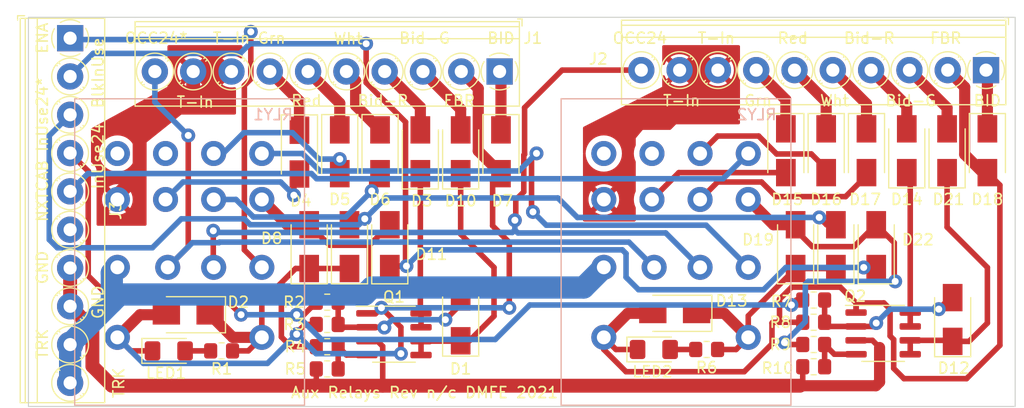
<source format=kicad_pcb>
(kicad_pcb (version 20210126) (generator pcbnew)
  (title_block (title "Main Panel Aux Relays") (date "2021-02-27") (rev "n/c") (company "DMFE"))
  (layers (0 "F.Cu" signal) (31 "B.Cu" signal) (34 "B.Paste" user) (35 "F.Paste" user) (36 "B.SilkS" user "B.Silkscreen") (37 "F.SilkS" user "F.Silkscreen") (38 "B.Mask" user) (39 "F.Mask" user) (44 "Edge.Cuts" user))
  (net 0 "")
  (net 1 "Net-(D1-Pad2)")
  (net 2 "Net-(D1-Pad1)")
  (net 3 "Net-(D2-Pad2)")
  (net 4 "Net-(D2-Pad1)")
  (net 5 "Net-(D3-Pad2)")
  (net 6 "Net-(D3-Pad1)")
  (net 7 "Net-(D4-Pad2)")
  (net 8 "Net-(D4-Pad1)")
  (net 9 "Net-(D5-Pad2)")
  (net 10 "Net-(D5-Pad1)")
  (net 11 "Net-(D6-Pad2)")
  (net 12 "Net-(D6-Pad1)")
  (net 13 "Net-(D7-Pad1)")
  (net 14 "Net-(D11-Pad2)")
  (net 15 "Net-(D20-Pad2)")
  (net 16 "Net-(D10-Pad2)")
  (net 17 "Net-(D11-Pad1)")
  (net 18 "Net-(D12-Pad2)")
  (net 19 "Net-(D12-Pad1)")
  (net 20 "Net-(D13-Pad2)")
  (net 21 "Net-(D13-Pad1)")
  (net 22 "Net-(D14-Pad2)")
  (net 23 "Net-(D14-Pad1)")
  (net 24 "Net-(D15-Pad2)")
  (net 25 "Net-(D15-Pad1)")
  (net 26 "Net-(D16-Pad2)")
  (net 27 "Net-(D16-Pad1)")
  (net 28 "Net-(D17-Pad2)")
  (net 29 "Net-(D17-Pad1)")
  (net 30 "Net-(D18-Pad1)")
  (net 31 "Net-(D19-Pad2)")
  (net 32 "Net-(D21-Pad2)")
  (net 33 "Net-(J1-Pad10)")
  (net 34 "Net-(J1-Pad8)")
  (net 35 "Net-(J2-Pad10)")
  (net 36 "Net-(J2-Pad8)")
  (net 37 "Net-(J3-Pad10)")
  (net 38 "GND")
  (net 40 "Net-(J3-Pad5)")
  (net 41 "Net-(J3-Pad4)")
  (net 42 "Net-(J3-Pad1)")
  (net 43 "Net-(LED1-Pad2)")
  (net 44 "Net-(LED2-Pad2)")
  (net 45 "Net-(Q1-Pad4)")
  (net 46 "Net-(Q2-Pad4)")
  (net 47 "Net-(RLY1-Pad4)")
  (footprint "Package_SO:SOIC-8_3.9x4.9mm_P1.27mm" (layer "F.Cu") (at 162.56 131.753)
    (fp_text reference "Q2")
    (fp_text value "IRF7343PBF")
  )
  (footprint "Resistor_SMD:R_0805_2012Metric_Pad1.20x1.40mm_HandSolder" (layer "F.Cu") (at 111.76 132.969 180)
    (fp_text reference "R4")
    (fp_text value "10K")
  )
  (footprint "Diode_SMD:D_SMA" (layer "F.Cu") (at 168.91 130.483 90)
    (fp_text reference "D12")
    (fp_text value "SMA")
  )
  (footprint "Diode_SMD:D_SMA" (layer "F.Cu") (at 158.242 123.825 90)
    (fp_text reference "D20" hide)
    (fp_text value "SMA")
  )
  (footprint "Diode_SMD:D_SMA" (layer "F.Cu") (at 112.903 115.157 -90)
    (fp_text reference "D5")
    (fp_text value "SMA")
  )
  (footprint "Diode_SMD:D_SMA" (layer "F.Cu") (at 143.51 129.921 180)
    (fp_text reference "D13")
    (fp_text value "SMA")
  )
  (footprint "Diode_SMD:D_SMA" (layer "F.Cu") (at 110.109 123.825 90)
    (fp_text reference "D8")
    (fp_text value "SMA")
  )
  (footprint "Resistor_SMD:R_0805_2012Metric_Pad1.20x1.40mm_HandSolder" (layer "F.Cu") (at 111.76 130.937)
    (fp_text reference "R3")
    (fp_text value "10K")
  )
  (footprint "Resistor_SMD:R_0805_2012Metric_Pad1.20x1.40mm_HandSolder" (layer "F.Cu") (at 156.21 128.705 180)
    (fp_text reference "R7")
    (fp_text value "10K")
  )
  (footprint "TerminalBlock_Phoenix:TerminalBlock_Phoenix_PT-1,5-10-3.5-H_1x10_P3.50mm_Horizontal" (layer "F.Cu") (at 171.96 107.696 180)
    (fp_text reference "J2")
    (fp_text value "Conn_01x10")
  )
  (footprint "TerminalBlock_Phoenix:TerminalBlock_Phoenix_PT-1,5-10-3.5-H_1x10_P3.50mm_Horizontal" (layer "F.Cu") (at 88.265 104.775 -90)
    (fp_text reference "J3")
    (fp_text value "Conn_01x10")
  )
  (footprint "TerminalBlock_Phoenix:TerminalBlock_Phoenix_PT-1,5-10-3.5-H_1x10_P3.50mm_Horizontal" (layer "F.Cu") (at 127.51 107.823 180)
    (fp_text reference "J1")
    (fp_text value "Conn_01x10")
  )
  (footprint "Diode_SMD:D_SMA" (layer "F.Cu") (at 157.353 115.062 -90)
    (fp_text reference "D16")
    (fp_text value "SMA")
  )
  (footprint "Resistor_SMD:R_0805_2012Metric_Pad1.20x1.40mm_HandSolder" (layer "F.Cu") (at 102.108 133.35 180)
    (fp_text reference "R1")
    (fp_text value "10K")
  )
  (footprint "Package_SO:SOIC-8_3.9x4.9mm_P1.27mm" (layer "F.Cu") (at 117.856 131.826)
    (fp_text reference "Q1")
    (fp_text value "IRF7343PBF")
  )
  (footprint "Diode_SMD:D_SMA" (layer "F.Cu") (at 116.586 115.157 -90)
    (fp_text reference "D6")
    (fp_text value "SMA")
  )
  (footprint "Diode_SMD:D_SMA" (layer "F.Cu") (at 161.036 115.062 -90)
    (fp_text reference "D17")
    (fp_text value "SMA")
  )
  (footprint "Diode_SMD:D_SMA" (layer "F.Cu") (at 117.475 123.825 90)
    (fp_text reference "D11")
    (fp_text value "SMA")
  )
  (footprint "Resistor_SMD:R_0805_2012Metric_Pad1.20x1.40mm_HandSolder" (layer "F.Cu") (at 111.76 128.905 180)
    (fp_text reference "R2")
    (fp_text value "10K")
  )
  (footprint "LED_SMD:LED_1206_3216Metric_Pad1.42x1.75mm_HandSolder" (layer "F.Cu") (at 97.282 133.35)
    (fp_text reference "LED1")
    (fp_text value "LED")
  )
  (footprint "Diode_SMD:D_SMA" (layer "F.Cu") (at 120.269 115.157 90)
    (fp_text reference "D3")
    (fp_text value "SMA")
  )
  (footprint "Diode_SMD:D_SMA" (layer "F.Cu") (at 168.402 115.062 90)
    (fp_text reference "D21")
    (fp_text value "SMA")
  )
  (footprint "Diode_SMD:D_SMA" (layer "F.Cu") (at 164.719 115.062 90)
    (fp_text reference "D14")
    (fp_text value "SMA")
  )
  (footprint "Diode_SMD:D_SMA" (layer "F.Cu") (at 109.22 115.189 -90)
    (fp_text reference "D4")
    (fp_text value "SMA")
  )
  (footprint "Resistor_SMD:R_0805_2012Metric_Pad1.20x1.40mm_HandSolder" (layer "F.Cu") (at 146.431 133.223 180)
    (fp_text reference "R6")
    (fp_text value "10K")
  )
  (footprint "Diode_SMD:D_SMA" (layer "F.Cu") (at 161.925 123.825 90)
    (fp_text reference "D22")
    (fp_text value "SMA")
  )
  (footprint "Diode_SMD:D_SMA" (layer "F.Cu") (at 123.952 130.429 90)
    (fp_text reference "D1")
    (fp_text value "SMA")
  )
  (footprint "Diode_SMD:D_SMA" (layer "F.Cu") (at 113.792 123.825 90)
    (fp_text reference "D9" hide)
    (fp_text value "SMA")
  )
  (footprint "Diode_SMD:D_SMA" (layer "F.Cu") (at 127.635 115.157 -90)
    (fp_text reference "D7")
    (fp_text value "SMA")
  )
  (footprint "Diode_SMD:D_SMA" (layer "F.Cu") (at 153.67 115.062 -90)
    (fp_text reference "D15")
    (fp_text value "SMA")
  )
  (footprint "Diode_SMD:D_SMA" (layer "F.Cu") (at 172.085 115.062 -90)
    (fp_text reference "D18")
    (fp_text value "SMA")
  )
  (footprint "LED_SMD:LED_1206_3216Metric_Pad1.42x1.75mm_HandSolder" (layer "F.Cu") (at 141.605 133.223)
    (fp_text reference "LED2")
    (fp_text value "LED")
  )
  (footprint "Resistor_SMD:R_0805_2012Metric_Pad1.20x1.40mm_HandSolder" (layer "F.Cu") (at 156.21 130.737)
    (fp_text reference "R8")
    (fp_text value "10K")
  )
  (footprint "Resistor_SMD:R_0805_2012Metric_Pad1.20x1.40mm_HandSolder" (layer "F.Cu") (at 111.76 135.001)
    (fp_text reference "R5")
    (fp_text value "10K")
  )
  (footprint "Diode_SMD:D_SMA" (layer "F.Cu") (at 123.952 115.157 90)
    (fp_text reference "D10")
    (fp_text value "SMA")
  )
  (footprint "Resistor_SMD:R_0805_2012Metric_Pad1.20x1.40mm_HandSolder" (layer "F.Cu") (at 156.21 132.769 180)
    (fp_text reference "R9")
    (fp_text value "10K")
  )
  (footprint "Diode_SMD:D_SMA" (layer "F.Cu") (at 99.06 130.048 180)
    (fp_text reference "D2")
    (fp_text value "SMA")
  )
  (footprint "Resistor_SMD:R_0805_2012Metric_Pad1.20x1.40mm_HandSolder" (layer "F.Cu") (at 156.21 134.801)
    (fp_text reference "R10")
    (fp_text value "10K")
  )
  (footprint "Diode_SMD:D_SMA" (layer "F.Cu") (at 154.559 123.825 90)
    (fp_text reference "D19")
    (fp_text value "SMA")
  )
  (footprint "MY4PDT:MY4PDT" (layer "B.Cu") (at 143.633 115.316 180)
    (fp_text reference "RLY2")
    (fp_text value "MY4PDT")
  )
  (footprint "MY4PDT:MY4PDT" (layer "B.Cu") (at 99.183 115.316 180)
    (fp_text reference "RLY1")
    (fp_text value "MY4PDT")
  )
  (gr_rect (start 84.455 102.87) (end 174.625 138.43) (layer "Edge.Cuts") (width 0.1) (fill none))
  (gr_text "T-In" (at 103.01 104.775) (layer "F.SilkS") (effects (font (size 1 1))))
  (gr_text "BID" (at 172.085 110.49) (layer "F.SilkS") (effects (font (size 1 1))))
  (gr_text "OCC24" (at 140.335 104.775) (layer "F.SilkS") (effects (font (size 1 1))))
  (gr_text "OCC24*" (at 96.139 104.775) (layer "F.SilkS") (effects (font (size 1 1))))
  (gr_text "T-In" (at 144.145 110.49) (layer "F.SilkS") (effects (font (size 1 1))))
  (gr_text "FBR" (at 168.275 104.775) (layer "F.SilkS") (effects (font (size 1 1))))
  (gr_text "Wht" (at 113.665 104.823) (layer "F.SilkS") (effects (font (size 1 1))))
  (gr_text "InUse24*" (at 85.725 111.76 90) (layer "F.SilkS") (effects (font (size 1 1))))
  (gr_text "Bid-R" (at 161.29 104.775) (layer "F.SilkS") (effects (font (size 1 1))))
  (gr_text "BlkInUse" (at 90.805 107.95 90) (layer "F.SilkS") (effects (font (size 1 1))))
  (gr_text "Grn" (at 151.13 110.49) (layer "F.SilkS") (effects (font (size 1 1))))
  (gr_text "Bid-R" (at 116.84 110.49) (layer "F.SilkS") (effects (font (size 1 1))))
  (gr_text "FBR" (at 123.825 110.49) (layer "F.SilkS") (effects (font (size 1 1))))
  (gr_text "TRK" (at 92.71 136.275 90) (layer "F.SilkS") (effects (font (size 1 1))))
  (gr_text "Wht" (at 158.115 110.49) (layer "F.SilkS") (effects (font (size 1 1))))
  (gr_text "T-In" (at 147.32 104.775) (layer "F.SilkS") (effects (font (size 1 1))))
  (gr_text "ENA" (at 85.725 104.775 90) (layer "F.SilkS") (effects (font (size 1 1))))
  (gr_text "TRK" (at 85.725 132.715 90) (layer "F.SilkS") (effects (font (size 1 1))))
  (gr_text "Red" (at 109.855 110.49) (layer "F.SilkS") (effects (font (size 1 1))))
  (gr_text "Bid-G" (at 165.1 110.49) (layer "F.SilkS") (effects (font (size 1 1))))
  (gr_text "Red" (at 154.305 104.775) (layer "F.SilkS") (effects (font (size 1 1))))
  (gr_text "NXTCAB" (at 85.725 118.745 90) (layer "F.SilkS") (effects (font (size 1 1))))
  (gr_text "Aux Relays Rev n/c DMFE 2021" (at 120.65 137.16) (layer "F.SilkS") (effects (font (size 1 1))))
  (gr_text "BID" (at 127.635 104.775) (layer "F.SilkS") (effects (font (size 1 1))))
  (gr_text "GND" (at 90.805 128.905 90) (layer "F.SilkS") (effects (font (size 1 1))))
  (gr_text "Grn" (at 106.68 104.775) (layer "F.SilkS") (effects (font (size 1 1))))
  (gr_text "InUse24" (at 90.805 115.57 90) (layer "F.SilkS") (effects (font (size 1 1))))
  (gr_text "T-In" (at 99.695 110.617) (layer "F.SilkS") (effects (font (size 1 1))))
  (gr_text "Bid-G" (at 120.65 104.775) (layer "F.SilkS") (effects (font (size 1 1))))
  (gr_text "GND" (at 85.725 125.73 90) (layer "F.SilkS") (effects (font (size 1 1))))
  (segment (start 115.381 131.191) (end 116.950906 131.191) (width 0.508) (layer "F.Cu") (net 1))
  (segment (start 116.950906 131.191) (end 116.979075 131.219169) (width 0.508) (layer "F.Cu") (net 1))
  (segment (start 123.952 129.10501) (end 122.555 130.50201) (width 0.508) (layer "F.Cu") (net 1))
  (segment (start 123.952 128.429) (end 123.952 129.10501) (width 0.508) (layer "F.Cu") (net 1))
  (segment (start 113.014 131.191) (end 112.76 130.937) (width 0.508) (layer "F.Cu") (net 1))
  (segment (start 112.76 128.905) (end 112.76 130.937) (width 0.508) (layer "F.Cu") (net 1))
  (segment (start 115.381 131.191) (end 113.014 131.191) (width 0.508) (layer "F.Cu") (net 1))
  (via (at 116.979075 131.219169) (size 1.27) (drill 0.635) (layers "F.Cu" "B.Cu") (net 1))
  (via (at 122.555 130.50201) (size 1.27) (drill 0.635) (layers "F.Cu" "B.Cu") (net 1))
  (segment (start 117.696234 130.50201) (end 116.979075 131.219169) (width 0.508) (layer "B.Cu") (net 1))
  (segment (start 122.555 130.50201) (end 117.696234 130.50201) (width 0.508) (layer "B.Cu") (net 1))
  (segment (start 124.746 132.429) (end 123.952 132.429) (width 0.508) (layer "F.Cu") (net 2))
  (segment (start 123.952 117.157) (end 123.952 122.682) (width 0.508) (layer "F.Cu") (net 2))
  (segment (start 123.952 122.682) (end 127 125.73) (width 0.508) (layer "F.Cu") (net 2))
  (segment (start 127 125.73) (end 127 130.175) (width 0.508) (layer "F.Cu") (net 2))
  (segment (start 123.92 132.461) (end 123.952 132.429) (width 0.508) (layer "F.Cu") (net 2))
  (segment (start 120.331 132.461) (end 123.92 132.461) (width 0.508) (layer "F.Cu") (net 2))
  (segment (start 127 130.175) (end 124.746 132.429) (width 0.508) (layer "F.Cu") (net 2))
  (segment (start 120.331 133.731) (end 120.331 132.461) (width 0.508) (layer "F.Cu") (net 2))
  (segment (start 124.01 107.823) (end 125.560011 109.373011) (width 1.016) (layer "F.Cu") (net 3))
  (segment (start 93.817 133.35) (end 92.583 132.116) (width 0.508) (layer "F.Cu") (net 3))
  (segment (start 109.728 130.937) (end 110.76 130.937) (width 0.508) (layer "F.Cu") (net 3))
  (segment (start 108.966 131.699) (end 108.966 131.826) (width 0.508) (layer "F.Cu") (net 3))
  (segment (start 97.06 130.048) (end 94.651 130.048) (width 1.016) (layer "F.Cu") (net 3))
  (segment (start 118.491 131.191) (end 116.713 129.413) (width 0.508) (layer "F.Cu") (net 3))
  (segment (start 94.651 130.048) (end 92.583 132.116) (width 1.016) (layer "F.Cu") (net 3))
  (segment (start 95.7945 133.35) (end 93.817 133.35) (width 0.508) (layer "F.Cu") (net 3))
  (segment (start 126.873 121.92) (end 126.873 117.919) (width 0.508) (layer "F.Cu") (net 3))
  (segment (start 128.397 123.444) (end 126.873 121.92) (width 0.508) (layer "F.Cu") (net 3))
  (segment (start 128.397 129.413) (end 128.397 123.444) (width 0.508) (layer "F.Cu") (net 3))
  (segment (start 125.560011 115.082011) (end 127.635 117.157) (width 1.016) (layer "F.Cu") (net 3))
  (segment (start 118.491 133.604) (end 118.491 131.191) (width 0.508) (layer "F.Cu") (net 3))
  (segment (start 126.873 117.919) (end 127.635 117.157) (width 0.508) (layer "F.Cu") (net 3))
  (segment (start 109.728 130.937) (end 108.966 131.699) (width 0.508) (layer "F.Cu") (net 3))
  (segment (start 116.205 129.921) (end 116.713 129.413) (width 0.508) (layer "F.Cu") (net 3))
  (segment (start 115.381 129.921) (end 116.205 129.921) (width 0.508) (layer "F.Cu") (net 3))
  (segment (start 125.560011 109.373011) (end 125.560011 115.082011) (width 1.016) (layer "F.Cu") (net 3))
  (via (at 128.397 129.413) (size 1.27) (drill 0.635) (layers "F.Cu" "B.Cu") (net 3))
  (via (at 108.966 131.826) (size 1.27) (drill 0.635) (layers "F.Cu" "B.Cu") (net 3))
  (via (at 116.713 129.413) (size 1.27) (drill 0.635) (layers "F.Cu" "B.Cu") (net 3))
  (via (at 118.491 133.604) (size 1.27) (drill 0.635) (layers "F.Cu" "B.Cu") (net 3))
  (segment (start 108.966 131.826) (end 106.299 134.493) (width 0.508) (layer "B.Cu") (net 3))
  (segment (start 110.744 133.604) (end 118.491 133.604) (width 0.508) (layer "B.Cu") (net 3))
  (segment (start 94.96 134.493) (end 92.583 132.116) (width 0.508) (layer "B.Cu") (net 3))
  (segment (start 106.299 134.493) (end 94.96 134.493) (width 0.508) (layer "B.Cu") (net 3))
  (segment (start 108.966 131.826) (end 110.744 133.604) (width 0.508) (layer "B.Cu") (net 3))
  (segment (start 116.713 129.413) (end 128.397 129.413) (width 0.508) (layer "B.Cu") (net 3))
  (segment (start 104.549 133.35) (end 105.783 132.116) (width 0.508) (layer "F.Cu") (net 4))
  (segment (start 113.792 125.825) (end 110.109 125.825) (width 0.508) (layer "F.Cu") (net 4))
  (segment (start 108.871 125.825) (end 110.109 125.825) (width 0.508) (layer "F.Cu") (net 4))
  (segment (start 105.783 132.116) (end 105.783 128.913) (width 0.508) (layer "F.Cu") (net 4))
  (segment (start 103.128 132.116) (end 101.06 130.048) (width 1.016) (layer "F.Cu") (net 4))
  (segment (start 105.783 132.116) (end 103.128 132.116) (width 1.016) (layer "F.Cu") (net 4))
  (segment (start 105.783 128.913) (end 108.871 125.825) (width 0.508) (layer "F.Cu") (net 4))
  (segment (start 103.108 133.35) (end 104.549 133.35) (width 0.508) (layer "F.Cu") (net 4))
  (segment (start 120.269 113.157) (end 120.269 111.082) (width 1.016) (layer "F.Cu") (net 5))
  (segment (start 120.269 111.082) (end 117.01 107.823) (width 1.016) (layer "F.Cu") (net 5))
  (segment (start 120.269 129.859) (end 120.331 129.921) (width 0.508) (layer "F.Cu") (net 6))
  (segment (start 120.331 131.191) (end 120.331 129.921) (width 0.508) (layer "F.Cu") (net 6))
  (segment (start 120.269 117.157) (end 120.269 129.859) (width 0.508) (layer "F.Cu") (net 6))
  (segment (start 108.712 117.697) (end 109.22 117.189) (width 0.508) (layer "F.Cu") (net 7))
  (segment (start 108.712 119.126) (end 108.712 117.697) (width 0.508) (layer "F.Cu") (net 7))
  (via (at 108.712 119.126) (size 1.27) (drill 0.635) (layers "F.Cu" "B.Cu") (net 7))
  (segment (start 96.983 119.516) (end 98.580011 117.918989) (width 0.508) (layer "B.Cu") (net 7))
  (segment (start 107.504989 117.918989) (end 108.712 119.126) (width 0.508) (layer "B.Cu") (net 7))
  (segment (start 98.580011 117.918989) (end 107.504989 117.918989) (width 0.508) (layer "B.Cu") (net 7))
  (segment (start 109.22 110.533) (end 106.51 107.823) (width 1.016) (layer "F.Cu") (net 8))
  (segment (start 109.22 113.189) (end 109.22 110.533) (width 1.016) (layer "F.Cu") (net 8))
  (segment (start 112.903 115.824) (end 112.903 117.157) (width 0.508) (layer "F.Cu") (net 9))
  (via (at 112.903 115.824) (size 1.27) (drill 0.635) (layers "F.Cu" "B.Cu") (net 9))
  (segment (start 101.383 115.316) (end 102.235 115.316) (width 0.508) (layer "B.Cu") (net 9))
  (segment (start 109.347 114.173) (end 110.998 115.824) (width 0.508) (layer "B.Cu") (net 9))
  (segment (start 108.585 113.411) (end 109.347 114.173) (width 0.508) (layer "B.Cu") (net 9))
  (segment (start 102.235 115.316) (end 104.14 113.411) (width 0.508) (layer "B.Cu") (net 9))
  (segment (start 110.998 115.824) (end 112.903 115.824) (width 0.508) (layer "B.Cu") (net 9))
  (segment (start 104.14 113.411) (end 108.585 113.411) (width 0.508) (layer "B.Cu") (net 9))
  (segment (start 112.903 113.157) (end 112.903 110.716) (width 1.016) (layer "F.Cu") (net 10))
  (segment (start 112.903 110.716) (end 110.01 107.823) (width 1.016) (layer "F.Cu") (net 10))
  (segment (start 115.824 117.919) (end 116.586 117.157) (width 0.508) (layer "F.Cu") (net 11))
  (segment (start 115.824 118.745) (end 115.824 117.919) (width 0.508) (layer "F.Cu") (net 11))
  (via (at 115.824 118.745) (size 1.27) (drill 0.635) (layers "F.Cu" "B.Cu") (net 11))
  (segment (start 105.016434 121.113011) (end 113.455989 121.113011) (width 0.508) (layer "B.Cu") (net 11))
  (segment (start 103.419423 119.516) (end 105.016434 121.113011) (width 0.508) (layer "B.Cu") (net 11))
  (segment (start 101.383 119.516) (end 103.419423 119.516) (width 0.508) (layer "B.Cu") (net 11))
  (segment (start 113.455989 121.113011) (end 115.824 118.745) (width 0.508) (layer "B.Cu") (net 11))
  (segment (start 114.353989 108.666989) (end 113.51 107.823) (width 1.016) (layer "F.Cu") (net 12))
  (segment (start 114.353989 110.924989) (end 114.353989 108.666989) (width 1.016) (layer "F.Cu") (net 12))
  (segment (start 116.586 113.157) (end 114.353989 110.924989) (width 1.016) (layer "F.Cu") (net 12))
  (segment (start 127.635 107.948) (end 127.51 107.823) (width 1.016) (layer "F.Cu") (net 13))
  (segment (start 127.635 113.157) (end 127.635 107.948) (width 1.016) (layer "F.Cu") (net 13))
  (segment (start 114.69522 127.889) (end 114.173 127.889) (width 0.508) (layer "F.Cu") (net 14))
  (segment (start 114.03498 127.75098) (end 108.34202 127.75098) (width 0.508) (layer "F.Cu") (net 14))
  (segment (start 110.109 121.825) (end 108.092 121.825) (width 1.016) (layer "F.Cu") (net 14))
  (segment (start 108.34202 127.75098) (end 107.569 128.524) (width 0.508) (layer "F.Cu") (net 14))
  (segment (start 108.092 121.825) (end 105.783 119.516) (width 1.016) (layer "F.Cu") (net 14))
  (segment (start 114.173 127.889) (end 114.03498 127.75098) (width 0.508) (layer "F.Cu") (net 14))
  (segment (start 108.458 132.969) (end 110.76 132.969) (width 0.508) (layer "F.Cu") (net 14))
  (segment (start 115.602 123.698) (end 111.982 123.698) (width 0.508) (layer "F.Cu") (net 14))
  (segment (start 117.475 121.825) (end 115.602 123.698) (width 0.508) (layer "F.Cu") (net 14))
  (segment (start 115.602 123.698) (end 115.602 126.98222) (width 0.508) (layer "F.Cu") (net 14))
  (segment (start 115.602 126.98222) (end 114.69522 127.889) (width 0.508) (layer "F.Cu") (net 14))
  (segment (start 107.569 132.08) (end 108.458 132.969) (width 0.508) (layer "F.Cu") (net 14))
  (segment (start 107.569 128.524) (end 107.569 132.08) (width 0.508) (layer "F.Cu") (net 14))
  (segment (start 111.982 123.698) (end 110.109 121.825) (width 0.508) (layer "F.Cu") (net 14))
  (segment (start 157.385 121.825) (end 156.718 121.158) (width 0.508) (layer "F.Cu") (net 15))
  (segment (start 115.189 121.285) (end 114.332 121.285) (width 0.508) (layer "F.Cu") (net 15))
  (segment (start 158.242 121.825) (end 157.385 121.825) (width 0.508) (layer "F.Cu") (net 15))
  (segment (start 114.332 121.285) (end 113.792 121.825) (width 0.508) (layer "F.Cu") (net 15))
  (via (at 115.189 121.285) (size 1.27) (drill 0.635) (layers "F.Cu" "B.Cu") (net 15))
  (via (at 156.718 121.158) (size 1.27) (drill 0.635) (layers "F.Cu" "B.Cu") (net 15))
  (segment (start 156.718 121.158) (end 134.62 121.158) (width 0.508) (layer "B.Cu") (net 15))
  (segment (start 117.094 119.38) (end 115.189 121.285) (width 0.508) (layer "B.Cu") (net 15))
  (segment (start 115.189 121.285) (end 114.652978 121.821022) (width 0.508) (layer "B.Cu") (net 15))
  (segment (start 104.187145 121.285) (end 98.425 121.285) (width 0.508) (layer "B.Cu") (net 15))
  (segment (start 132.842 119.38) (end 127.127 119.38) (width 0.508) (layer "B.Cu") (net 15))
  (segment (start 88.265 111.775) (end 86.36 113.68) (width 0.508) (layer "B.Cu") (net 15))
  (segment (start 87.099011 123.929011) (end 95.780989 123.929011) (width 0.508) (layer "B.Cu") (net 15))
  (segment (start 134.62 121.158) (end 134.239 120.777) (width 0.508) (layer "B.Cu") (net 15))
  (segment (start 86.36 123.19) (end 87.099011 123.929011) (width 0.508) (layer "B.Cu") (net 15))
  (segment (start 127.127 119.38) (end 117.094 119.38) (width 0.508) (layer "B.Cu") (net 15))
  (segment (start 134.239 120.777) (end 132.842 119.38) (width 0.508) (layer "B.Cu") (net 15))
  (segment (start 86.36 113.68) (end 86.36 123.19) (width 0.508) (layer "B.Cu") (net 15))
  (segment (start 104.723167 121.821022) (end 104.187145 121.285) (width 0.508) (layer "B.Cu") (net 15))
  (segment (start 95.780989 123.929011) (end 98.425 121.285) (width 0.508) (layer "B.Cu") (net 15))
  (segment (start 114.652978 121.821022) (end 104.723167 121.821022) (width 0.508) (layer "B.Cu") (net 15))
  (segment (start 123.952 111.265) (end 120.51 107.823) (width 1.016) (layer "F.Cu") (net 16))
  (segment (start 123.952 113.157) (end 123.952 111.265) (width 1.016) (layer "F.Cu") (net 16))
  (segment (start 118.999 125.603) (end 118.914989 125.518989) (width 0.508) (layer "F.Cu") (net 17))
  (segment (start 118.914989 125.518989) (end 118.914989 112.437989) (width 0.508) (layer "F.Cu") (net 17))
  (segment (start 161.925 125.825) (end 160.877 125.825) (width 0.508) (layer "F.Cu") (net 17))
  (segment (start 115.316 108.839) (end 115.316 105.283) (width 0.508) (layer "F.Cu") (net 17))
  (segment (start 118.999 125.603) (end 117.697 125.603) (width 0.508) (layer "F.Cu") (net 17))
  (segment (start 116.586 110.109) (end 115.316 108.839) (width 0.508) (layer "F.Cu") (net 17))
  (segment (start 118.914989 112.437989) (end 116.586 110.109) (width 0.508) (layer "F.Cu") (net 17))
  (segment (start 160.877 125.825) (end 160.782 125.73) (width 0.508) (layer "F.Cu") (net 17))
  (segment (start 117.697 125.603) (end 117.475 125.825) (width 0.508) (layer "F.Cu") (net 17))
  (via (at 160.782 125.73) (size 1.27) (drill 0.635) (layers "F.Cu" "B.Cu") (net 17))
  (via (at 115.316 105.283) (size 1.27) (drill 0.635) (layers "F.Cu" "B.Cu") (net 17))
  (via (at 118.999 125.603) (size 1.27) (drill 0.635) (layers "F.Cu" "B.Cu") (net 17))
  (segment (start 139.065 124.46) (end 138.723989 124.118989) (width 0.508) (layer "B.Cu") (net 17))
  (segment (start 151.638 127.762) (end 140.208 127.762) (width 0.508) (layer "B.Cu") (net 17))
  (segment (start 90.371011 106.168989) (end 88.265 108.275) (width 0.508) (layer "B.Cu") (net 17))
  (segment (start 115.316 105.283) (end 104.687268 105.283) (width 0.508) (layer "B.Cu") (net 17))
  (segment (start 139.065 126.619) (end 139.065 124.46) (width 0.508) (layer "B.Cu") (net 17))
  (segment (start 139.192 126.746) (end 139.065 126.619) (width 0.508) (layer "B.Cu") (net 17))
  (segment (start 120.483011 124.118989) (end 118.999 125.603) (width 0.508) (layer "B.Cu") (net 17))
  (segment (start 138.723989 124.118989) (end 120.483011 124.118989) (width 0.508) (layer "B.Cu") (net 17))
  (segment (start 104.687268 105.283) (end 103.801279 106.168989) (width 0.508) (layer "B.Cu") (net 17))
  (segment (start 103.801279 106.168989) (end 90.371011 106.168989) (width 0.508) (layer "B.Cu") (net 17))
  (segment (start 140.208 127.762) (end 139.192 126.746) (width 0.508) (layer "B.Cu") (net 17))
  (segment (start 153.67 125.73) (end 151.638 127.762) (width 0.508) (layer "B.Cu") (net 17))
  (segment (start 160.782 125.73) (end 153.67 125.73) (width 0.508) (layer "B.Cu") (net 17))
  (segment (start 168.91 128.483) (end 168.697 128.483) (width 0.508) (layer "F.Cu") (net 18))
  (segment (start 160.085 131.118) (end 161.617 131.118) (width 0.508) (layer "F.Cu") (net 18))
  (segment (start 157.591 131.118) (end 157.21 130.737) (width 0.508) (layer "F.Cu") (net 18))
  (segment (start 160.085 131.118) (end 157.591 131.118) (width 0.508) (layer "F.Cu") (net 18))
  (segment (start 161.617 131.118) (end 161.925 130.81) (width 0.508) (layer "F.Cu") (net 18))
  (segment (start 168.697 128.483) (end 167.64 129.54) (width 0.508) (layer "F.Cu") (net 18))
  (segment (start 157.21 130.737) (end 157.21 128.705) (width 0.508) (layer "F.Cu") (net 18))
  (via (at 167.64 129.54) (size 1.27) (drill 0.635) (layers "F.Cu" "B.Cu") (net 18))
  (via (at 161.925 130.81) (size 1.27) (drill 0.635) (layers "F.Cu" "B.Cu") (net 18))
  (segment (start 167.64 129.54) (end 163.195 129.54) (width 0.508) (layer "B.Cu") (net 18))
  (segment (start 163.195 129.54) (end 161.925 130.81) (width 0.508) (layer "B.Cu") (net 18))
  (segment (start 172.085 125.73) (end 172.085 130.81) (width 0.508) (layer "F.Cu") (net 19))
  (segment (start 168.402 122.047) (end 172.085 125.73) (width 0.508) (layer "F.Cu") (net 19))
  (segment (start 168.402 117.062) (end 168.402 122.047) (width 0.508) (layer "F.Cu") (net 19))
  (segment (start 165.035 132.388) (end 165.035 133.658) (width 0.508) (layer "F.Cu") (net 19))
  (segment (start 170.412 132.483) (end 168.91 132.483) (width 0.508) (layer "F.Cu") (net 19))
  (segment (start 165.035 132.388) (end 168.815 132.388) (width 0.508) (layer "F.Cu") (net 19))
  (segment (start 172.085 130.81) (end 170.412 132.483) (width 0.508) (layer "F.Cu") (net 19))
  (segment (start 168.815 132.388) (end 168.91 132.483) (width 0.508) (layer "F.Cu") (net 19))
  (segment (start 137.033 133.223) (end 139.065 135.255) (width 0.508) (layer "F.Cu") (net 20))
  (segment (start 163.195 131.989498) (end 163.195 129.54) (width 0.508) (layer "F.Cu") (net 20))
  (segment (start 137.033 132.116) (end 137.033 133.223) (width 0.508) (layer "F.Cu") (net 20))
  (segment (start 164.465 135.89) (end 163.52202 134.94702) (width 0.508) (layer "F.Cu") (net 20))
  (segment (start 170.18 135.89) (end 164.465 135.89) (width 0.508) (layer "F.Cu") (net 20))
  (segment (start 162.625 128.97) (end 160.085 128.97) (width 0.508) (layer "F.Cu") (net 20))
  (segment (start 163.195 129.54) (end 162.625 128.97) (width 0.508) (layer "F.Cu") (net 20))
  (segment (start 171.672 117.062) (end 170.010011 115.400011) (width 1.016) (layer "F.Cu") (net 20))
  (segment (start 153.088999 128.636279) (end 153.088999 130.717999) (width 0.508) (layer "F.Cu") (net 20))
  (segment (start 149.86 135.255) (end 152.4 132.715) (width 0.508) (layer "F.Cu") (net 20))
  (segment (start 172.085 117.062) (end 173.228 118.205) (width 0.508) (layer "F.Cu") (net 20))
  (segment (start 170.010011 109.246011) (end 168.46 107.696) (width 1.016) (layer "F.Cu") (net 20))
  (segment (start 152.4 132.715) (end 152.4 130.81) (width 0.508) (layer "F.Cu") (net 20))
  (segment (start 139.228 129.921) (end 137.033 132.116) (width 1.016) (layer "F.Cu") (net 20))
  (segment (start 163.52202 134.94702) (end 163.52202 132.316518) (width 0.508) (layer "F.Cu") (net 20))
  (segment (start 163.52202 132.316518) (end 163.195 131.989498) (width 0.508) (layer "F.Cu") (net 20))
  (segment (start 152.4 130.81) (end 152.473 130.737) (width 0.508) (layer "F.Cu") (net 20))
  (segment (start 139.065 135.255) (end 149.86 135.255) (width 0.508) (layer "F.Cu") (net 20))
  (segment (start 172.085 117.062) (end 171.672 117.062) (width 1.016) (layer "F.Cu") (net 20))
  (segment (start 141.51 129.921) (end 139.228 129.921) (width 1.016) (layer "F.Cu") (net 20))
  (segment (start 160.085 129.848) (end 160.085 128.97) (width 0.508) (layer "F.Cu") (net 20))
  (segment (start 158.644011 127.529011) (end 154.196267 127.529011) (width 0.508) (layer "F.Cu") (net 20))
  (segment (start 153.108 130.737) (end 155.21 130.737) (width 0.508) (layer "F.Cu") (net 20))
  (segment (start 173.228 118.205) (end 173.228 132.842) (width 0.508) (layer "F.Cu") (net 20))
  (segment (start 160.085 129.848) (end 160.085 129.221) (width 0.508) (layer "F.Cu") (net 20))
  (segment (start 140.1175 133.223) (end 138.14 133.223) (width 0.508) (layer "F.Cu") (net 20))
  (segment (start 152.473 130.737) (end 153.108 130.737) (width 0.508) (layer "F.Cu") (net 20))
  (segment (start 138.14 133.223) (end 137.033 132.116) (width 0.508) (layer "F.Cu") (net 20))
  (segment (start 160.085 128.97) (end 158.644011 127.529011) (width 0.508) (layer "F.Cu") (net 20))
  (segment (start 173.228 132.842) (end 170.18 135.89) (width 0.508) (layer "F.Cu") (net 20))
  (segment (start 153.088999 130.717999) (end 153.108 130.737) (width 0.508) (layer "F.Cu") (net 20))
  (segment (start 154.196267 127.529011) (end 153.088999 128.636279) (width 0.508) (layer "F.Cu") (net 20))
  (segment (start 170.010011 115.400011) (end 170.010011 109.246011) (width 1.016) (layer "F.Cu") (net 20))
  (segment (start 145.51 129.921) (end 148.038 129.921) (width 1.016) (layer "F.Cu") (net 21))
  (segment (start 149.126 133.223) (end 150.233 132.116) (width 0.508) (layer "F.Cu") (net 21))
  (segment (start 147.431 133.223) (end 149.126 133.223) (width 0.508) (layer "F.Cu") (net 21))
  (segment (start 150.233 130.151) (end 154.559 125.825) (width 0.508) (layer "F.Cu") (net 21))
  (segment (start 158.242 125.825) (end 154.559 125.825) (width 0.508) (layer "F.Cu") (net 21))
  (segment (start 150.233 132.116) (end 150.233 130.151) (width 0.508) (layer "F.Cu") (net 21))
  (segment (start 148.038 129.921) (end 150.233 132.116) (width 1.016) (layer "F.Cu") (net 21))
  (segment (start 164.719 113.062) (end 164.719 110.955) (width 1.016) (layer "F.Cu") (net 22))
  (segment (start 164.719 110.955) (end 161.46 107.696) (width 1.016) (layer "F.Cu") (net 22))
  (segment (start 164.719 117.062) (end 165.035 117.378) (width 0.508) (layer "F.Cu") (net 23))
  (segment (start 165.035 129.848) (end 165.035 131.118) (width 0.508) (layer "F.Cu") (net 23))
  (segment (start 165.035 117.378) (end 165.035 129.848) (width 0.508) (layer "F.Cu") (net 23))
  (segment (start 143.887 117.062) (end 141.433 119.516) (width 0.508) (layer "F.Cu") (net 24))
  (segment (start 153.67 117.062) (end 143.887 117.062) (width 0.508) (layer "F.Cu") (net 24))
  (segment (start 153.67 110.406) (end 150.96 107.696) (width 1.016) (layer "F.Cu") (net 25))
  (segment (start 153.67 113.062) (end 153.67 110.406) (width 1.016) (layer "F.Cu") (net 25))
  (segment (start 152.822989 115.357989) (end 155.997989 115.357989) (width 0.508) (layer "F.Cu") (net 26))
  (segment (start 151.183989 113.718989) (end 152.822989 115.357989) (width 0.508) (layer "F.Cu") (net 26))
  (segment (start 157.353 116.713) (end 157.353 117.062) (width 0.508) (layer "F.Cu") (net 26))
  (segment (start 147.430011 113.718989) (end 151.183989 113.718989) (width 0.508) (layer "F.Cu") (net 26))
  (segment (start 145.833 115.316) (end 147.430011 113.718989) (width 0.508) (layer "F.Cu") (net 26))
  (segment (start 155.997989 115.357989) (end 157.353 116.713) (width 0.508) (layer "F.Cu") (net 26))
  (segment (start 157.353 110.589) (end 154.46 107.696) (width 1.016) (layer "F.Cu") (net 27))
  (segment (start 157.353 113.062) (end 157.353 110.589) (width 1.016) (layer "F.Cu") (net 27))
  (segment (start 151.446989 117.918989) (end 147.430011 117.918989) (width 0.508) (layer "F.Cu") (net 28))
  (segment (start 161.036 117.348) (end 159.131 119.253) (width 0.508) (layer "F.Cu") (net 28))
  (segment (start 159.131 119.253) (end 152.781 119.253) (width 0.508) (layer "F.Cu") (net 28))
  (segment (start 147.430011 117.918989) (end 145.833 119.516) (width 0.508) (layer "F.Cu") (net 28))
  (segment (start 161.036 117.062) (end 161.036 117.348) (width 0.508) (layer "F.Cu") (net 28))
  (segment (start 152.781 119.253) (end 151.446989 117.918989) (width 0.508) (layer "F.Cu") (net 28))
  (segment (start 161.036 113.062) (end 161.036 110.772) (width 1.016) (layer "F.Cu") (net 29))
  (segment (start 161.036 110.772) (end 157.96 107.696) (width 1.016) (layer "F.Cu") (net 29))
  (segment (start 172.085 107.821) (end 171.96 107.696) (width 1.016) (layer "F.Cu") (net 30))
  (segment (start 172.085 113.062) (end 172.085 107.821) (width 1.016) (layer "F.Cu") (net 30))
  (segment (start 152.542 121.825) (end 154.559 121.825) (width 1.016) (layer "F.Cu") (net 31))
  (segment (start 155.21 132.769) (end 153.724 132.769) (width 0.508) (layer "F.Cu") (net 31))
  (segment (start 153.724 132.769) (end 153.543 132.588) (width 0.508) (layer "F.Cu") (net 31))
  (segment (start 159.893 123.825) (end 156.083 123.825) (width 0.508) (layer "F.Cu") (net 31))
  (segment (start 163.576 123.476) (end 163.576 127) (width 0.508) (layer "F.Cu") (net 31))
  (segment (start 161.925 121.825) (end 161.893 121.825) (width 0.508) (layer "F.Cu") (net 31))
  (segment (start 156.083 123.825) (end 154.559 122.301) (width 0.508) (layer "F.Cu") (net 31))
  (segment (start 150.233 119.516) (end 152.542 121.825) (width 1.016) (layer "F.Cu") (net 31))
  (segment (start 161.925 121.825) (end 163.576 123.476) (width 0.508) (layer "F.Cu") (net 31))
  (segment (start 161.893 121.825) (end 159.893 123.825) (width 0.508) (layer "F.Cu") (net 31))
  (segment (start 154.559 122.301) (end 154.559 121.825) (width 0.508) (layer "F.Cu") (net 31))
  (via (at 153.543 132.588) (size 1.27) (drill 0.635) (layers "F.Cu" "B.Cu") (net 31))
  (via (at 163.660002 127) (size 1.27) (drill 0.635) (layers "F.Cu" "B.Cu") (net 31))
  (segment (start 155.702 127) (end 163.660002 127) (width 0.508) (layer "B.Cu") (net 31))
  (segment (start 155.448 130.683) (end 155.448 127.254) (width 0.508) (layer "B.Cu") (net 31))
  (segment (start 153.543 132.588) (end 155.448 130.683) (width 0.508) (layer "B.Cu") (net 31))
  (segment (start 155.448 127.254) (end 155.702 127) (width 0.508) (layer "B.Cu") (net 31))
  (segment (start 168.402 113.062) (end 168.402 111.138) (width 1.016) (layer "F.Cu") (net 32))
  (segment (start 168.402 111.138) (end 164.96 107.696) (width 1.016) (layer "F.Cu") (net 32))
  (segment (start 99.06 113.665) (end 99.06 123.839) (width 0.508) (layer "F.Cu") (net 33))
  (segment (start 99.06 123.839) (end 97.183 125.716) (width 0.508) (layer "F.Cu") (net 33))
  (via (at 99.06 113.665) (size 1.27) (drill 0.635) (layers "F.Cu" "B.Cu") (net 33))
  (segment (start 141.633 125.716) (end 139.327979 123.410979) (width 0.508) (layer "B.Cu") (net 33))
  (segment (start 96.01 110.615) (end 99.06 113.665) (width 0.508) (layer "B.Cu") (net 33))
  (segment (start 101.868721 123.463011) (end 99.435989 123.463011) (width 0.508) (layer "B.Cu") (net 33))
  (segment (start 139.327979 123.410979) (end 101.920753 123.410979) (width 0.508) (layer "B.Cu") (net 33))
  (segment (start 101.920753 123.410979) (end 101.868721 123.463011) (width 0.508) (layer "B.Cu") (net 33))
  (segment (start 96.01 107.823) (end 96.01 110.615) (width 0.508) (layer "B.Cu") (net 33))
  (segment (start 99.435989 123.463011) (end 97.183 125.716) (width 0.508) (layer "B.Cu") (net 33))
  (segment (start 96.647 110.998) (end 98.933 110.998) (width 1.27) (layer "F.Cu") (net 34))
  (segment (start 94.615 113.03) (end 96.647 110.998) (width 1.27) (layer "F.Cu") (net 34))
  (segment (start 94.615 117.094) (end 94.615 113.03) (width 1.27) (layer "F.Cu") (net 34))
  (segment (start 98.933 110.998) (end 99.51 110.421) (width 1.27) (layer "F.Cu") (net 34))
  (segment (start 99.51 110.421) (end 99.51 107.823) (width 1.27) (layer "F.Cu") (net 34))
  (segment (start 92.583 119.516) (end 92.583 119.126) (width 1.27) (layer "F.Cu") (net 34))
  (segment (start 92.583 119.126) (end 94.615 117.094) (width 1.27) (layer "F.Cu") (net 34))
  (segment (start 99.51 107.823) (end 103.01 107.823) (width 2.032) (layer "F.Cu") (net 34))
  (segment (start 128.989011 121.327989) (end 128.989011 119.549989) (width 0.508) (layer "F.Cu") (net 35))
  (segment (start 129.72099 115.462995) (end 129.794 115.389985) (width 0.508) (layer "F.Cu") (net 35))
  (segment (start 129.794 111.125) (end 133.223 107.696) (width 0.508) (layer "F.Cu") (net 35))
  (segment (start 129.794 115.389985) (end 129.794 111.125) (width 0.508) (layer "F.Cu") (net 35))
  (segment (start 128.905 121.412) (end 128.989011 121.327989) (width 0.508) (layer "F.Cu") (net 35))
  (segment (start 129.720989 118.818011) (end 129.72099 115.462995) (width 0.508) (layer "F.Cu") (net 35))
  (segment (start 101.346 125.679) (end 101.346 122.37401) (width 0.508) (layer "F.Cu") (net 35))
  (segment (start 128.989011 119.549989) (end 129.720989 118.818011) (width 0.508) (layer "F.Cu") (net 35))
  (segment (start 101.383 125.716) (end 101.346 125.679) (width 0.508) (layer "F.Cu") (net 35))
  (segment (start 133.223 107.696) (end 140.46 107.696) (width 0.508) (layer "F.Cu") (net 35))
  (via (at 128.905 121.412) (size 1.27) (drill 0.635) (layers "F.Cu" "B.Cu") (net 35))
  (via (at 101.346 122.37401) (size 1.27) (drill 0.635) (layers "F.Cu" "B.Cu") (net 35))
  (segment (start 129.178022 122.574022) (end 128.905 122.301) (width 0.508) (layer "B.Cu") (net 35))
  (segment (start 145.833 125.716) (end 142.691022 122.574022) (width 0.508) (layer "B.Cu") (net 35))
  (segment (start 128.676968 122.529032) (end 101.501022 122.529032) (width 0.508) (layer "B.Cu") (net 35))
  (segment (start 142.691022 122.574022) (end 129.178022 122.574022) (width 0.508) (layer "B.Cu") (net 35))
  (segment (start 128.905 122.301) (end 128.676968 122.529032) (width 0.508) (layer "B.Cu") (net 35))
  (segment (start 128.905 122.301) (end 128.905 121.412) (width 0.508) (layer "B.Cu") (net 35))
  (segment (start 101.501022 122.529032) (end 101.346 122.37401) (width 0.508) (layer "B.Cu") (net 35))
  (segment (start 143.96 107.696) (end 147.46 107.696) (width 2.032) (layer "F.Cu") (net 36))
  (segment (start 92.075 126.224) (end 92.583 125.716) (width 2.032) (layer "B.Cu") (net 37))
  (segment (start 92.783001 128.196999) (end 92.075 128.905) (width 2.032) (layer "B.Cu") (net 37))
  (segment (start 115.189519 128.196999) (end 92.783001 128.196999) (width 2.032) (layer "B.Cu") (net 37))
  (segment (start 88.265 132.715) (end 88.265 132.775) (width 2.032) (layer "B.Cu") (net 37))
  (segment (start 92.075 128.905) (end 88.265 132.715) (width 2.032) (layer "B.Cu") (net 37))
  (segment (start 137.033 125.716) (end 135.187001 127.561999) (width 2.032) (layer "B.Cu") (net 37))
  (segment (start 135.187001 127.561999) (end 115.824519 127.561999) (width 2.032) (layer "B.Cu") (net 37))
  (segment (start 115.824519 127.561999) (end 115.189519 128.196999) (width 2.032) (layer "B.Cu") (net 37))
  (segment (start 88.265 132.775) (end 88.265 136.275) (width 2.032) (layer "B.Cu") (net 37))
  (segment (start 92.075 128.905) (end 92.075 126.224) (width 2.032) (layer "B.Cu") (net 37))
  (segment (start 110.76 135.001) (end 110.76 136.27704) (width 0.508) (layer "F.Cu") (net 38))
  (segment (start 88.265 129.275) (end 88.265 125.775) (width 1.27) (layer "F.Cu") (net 38))
  (segment (start 155.21 136.27704) (end 154.95102 136.53602) (width 0.508) (layer "F.Cu") (net 38))
  (segment (start 110.50102 136.53602) (end 116.82898 136.53602) (width 1.27) (layer "F.Cu") (net 38))
  (segment (start 92.08602 136.53602) (end 110.50102 136.53602) (width 1.27) (layer "F.Cu") (net 38))
  (segment (start 90.300011 131.310011) (end 90.300011 134.750011) (width 1.27) (layer "F.Cu") (net 38))
  (segment (start 162.232989 136.197989) (end 161.894958 136.53602) (width 1.016) (layer "F.Cu") (net 38))
  (segment (start 115.381 132.461) (end 116.356 132.461) (width 0.508) (layer "F.Cu") (net 38))
  (segment (start 160.085 132.388) (end 161.578978 132.388) (width 0.508) (layer "F.Cu") (net 38))
  (segment (start 161.894958 136.53602) (end 154.95102 136.53602) (width 1.016) (layer "F.Cu") (net 38))
  (segment (start 161.578978 132.388) (end 162.232989 133.042011) (width 0.508) (layer "F.Cu") (net 38))
  (segment (start 162.232989 136.197989) (end 162.232989 133.042011) (width 1.016) (layer "F.Cu") (net 38))
  (segment (start 116.82898 132.93398) (end 116.82898 136.53602) (width 0.508) (layer "F.Cu") (net 38))
  (segment (start 90.300011 134.750011) (end 92.08602 136.53602) (width 1.27) (layer "F.Cu") (net 38))
  (segment (start 116.356 132.461) (end 116.82898 132.93398) (width 0.508) (layer "F.Cu") (net 38))
  (segment (start 155.21 134.801) (end 155.21 136.27704) (width 0.508) (layer "F.Cu") (net 38))
  (segment (start 116.82898 136.53602) (end 154.95102 136.53602) (width 1.27) (layer "F.Cu") (net 38))
  (segment (start 88.265 129.275) (end 90.300011 131.310011) (width 1.27) (layer "F.Cu") (net 38))
  (segment (start 110.76 136.27704) (end 110.50102 136.53602) (width 0.508) (layer "F.Cu") (net 38))
  (segment (start 110.319434 117.14799) (end 89.89201 117.14799) (width 0.508) (layer "B.Cu") (net 40))
  (segment (start 110.792456 117.621012) (end 110.319434 117.14799) (width 0.508) (layer "B.Cu") (net 40))
  (segment (start 147.927988 117.621012) (end 110.792456 117.621012) (width 0.508) (layer "B.Cu") (net 40))
  (segment (start 150.233 115.316) (end 147.927988 117.621012) (width 0.508) (layer "B.Cu") (net 40))
  (segment (start 89.89201 117.14799) (end 88.265 118.775) (width 0.508) (layer "B.Cu") (net 40))
  (segment (start 108.966 130.048) (end 109.617 130.048) (width 0.508) (layer "F.Cu") (net 41))
  (segment (start 91.313 127.889) (end 89.919011 126.495011) (width 0.508) (layer "F.Cu") (net 41))
  (segment (start 154.632 128.705) (end 154.178 129.159) (width 0.508) (layer "F.Cu") (net 41))
  (segment (start 89.919011 116.929011) (end 88.265 115.275) (width 0.508) (layer "F.Cu") (net 41))
  (segment (start 109.617 130.048) (end 110.76 128.905) (width 0.508) (layer "F.Cu") (net 41))
  (segment (start 103.886 130.048) (end 101.727 127.889) (width 0.508) (layer "F.Cu") (net 41))
  (segment (start 101.727 127.889) (end 91.313 127.889) (width 0.508) (layer "F.Cu") (net 41))
  (segment (start 89.919011 126.495011) (end 89.919011 116.929011) (width 0.508) (layer "F.Cu") (net 41))
  (segment (start 155.21 128.705) (end 154.632 128.705) (width 0.508) (layer "F.Cu") (net 41))
  (via (at 103.886 130.048) (size 1.27) (drill 0.635) (layers "F.Cu" "B.Cu") (net 41))
  (via (at 154.178 129.159) (size 1.27) (drill 0.635) (layers "F.Cu" "B.Cu") (net 41))
  (via (at 108.966 130.048) (size 1.27) (drill 0.635) (layers "F.Cu" "B.Cu") (net 41))
  (segment (start 111.22617 132.30817) (end 108.966 130.048) (width 0.508) (layer "B.Cu") (net 41))
  (segment (start 127.113552 132.30817) (end 111.22617 132.30817) (width 0.508) (layer "B.Cu") (net 41))
  (segment (start 130.262722 129.159) (end 127.113552 132.30817) (width 0.508) (layer "B.Cu") (net 41))
  (segment (start 108.966 130.048) (end 103.886 130.048) (width 0.508) (layer "B.Cu") (net 41))
  (segment (start 154.178 129.159) (end 130.262722 129.159) (width 0.508) (layer "B.Cu") (net 41))
  (segment (start 105.783 125.716) (end 104.185989 124.118989) (width 0.508) (layer "F.Cu") (net 42))
  (segment (start 104.185989 109.094948) (end 104.775 108.505937) (width 0.508) (layer "F.Cu") (net 42))
  (segment (start 104.775 108.505937) (end 104.775 104.19399) (width 0.508) (layer "F.Cu") (net 42))
  (segment (start 104.185989 124.118989) (end 104.185989 109.094948) (width 0.508) (layer "F.Cu") (net 42))
  (via (at 104.775 104.19399) (size 1.27) (drill 0.635) (layers "F.Cu" "B.Cu") (net 42))
  (segment (start 88.392 104.902) (end 104.06699 104.902) (width 0.508) (layer "B.Cu") (net 42))
  (segment (start 88.265 104.775) (end 88.392 104.902) (width 0.508) (layer "B.Cu") (net 42))
  (segment (start 104.06699 104.902) (end 104.775 104.19399) (width 0.508) (layer "B.Cu") (net 42))
  (segment (start 101.108 133.35) (end 98.7695 133.35) (width 0.508) (layer "F.Cu") (net 43))
  (segment (start 143.0925 133.223) (end 145.431 133.223) (width 0.508) (layer "F.Cu") (net 44))
  (segment (start 115.381 133.731) (end 113.522 133.731) (width 0.508) (layer "F.Cu") (net 45))
  (segment (start 113.522 133.731) (end 112.76 132.969) (width 0.508) (layer "F.Cu") (net 45))
  (segment (start 112.76 132.969) (end 112.76 135.001) (width 0.508) (layer "F.Cu") (net 45))
  (segment (start 160.085 133.658) (end 158.099 133.658) (width 0.508) (layer "F.Cu") (net 46))
  (segment (start 158.099 133.658) (end 157.21 132.769) (width 0.508) (layer "F.Cu") (net 46))
  (segment (start 157.21 132.769) (end 157.21 134.801) (width 0.508) (layer "F.Cu") (net 46))
  (segment (start 130.429 115.756263) (end 130.88301 115.302253) (width 0.508) (layer "F.Cu") (net 47))
  (segment (start 130.429 120.523) (end 130.429 115.756263) (width 0.508) (layer "F.Cu") (net 47))
  (segment (start 130.556 120.65) (end 130.429 120.523) (width 0.508) (layer "F.Cu") (net 47))
  (via (at 130.88301 115.302253) (size 1.27) (drill 0.635) (layers "F.Cu" "B.Cu") (net 47))
  (via (at 130.556 120.65) (size 1.27) (drill 0.635) (layers "F.Cu" "B.Cu") (net 47))
  (segment (start 150.233 125.716) (end 146.383011 121.866011) (width 0.508) (layer "B.Cu") (net 47))
  (segment (start 131.772011 121.866011) (end 130.556 120.65) (width 0.508) (layer "B.Cu") (net 47))
  (segment (start 146.383011 121.866011) (end 131.772011 121.866011) (width 0.508) (layer "B.Cu") (net 47))
  (segment (start 105.783 115.316) (end 109.488722 115.316) (width 0.508) (layer "B.Cu") (net 47))
  (segment (start 109.488722 115.316) (end 111.085723 116.913001) (width 0.508) (layer "B.Cu") (net 47))
  (segment (start 111.085723 116.913001) (end 129.272262 116.913001) (width 0.508) (layer "B.Cu") (net 47))
  (segment (start 129.272262 116.913001) (end 130.88301 115.302253) (width 0.508) (layer "B.Cu") (net 47))
  (zone (net 34) (net_name "Net-(J1-Pad8)") (layer "F.Cu") (connect_pads (clearance 0.508)) (min_thickness 0.254) (fill yes (thermal_gap 0.254) (thermal_bridge_width 0.508))
    (polygon (pts (xy 104.775 111.76) (xy 98.425 111.76) (xy 95.25 114.3) (xy 95.25 121.92) (xy 90.17 121.92) (xy 90.17 113.03) (xy 97.155 109.22) (xy 97.155 105.41) (xy 104.775 105.41)))
  )
  (zone (net 36) (net_name "Net-(J2-Pad8)") (layer "F.Cu") (connect_pads (clearance 0.508)) (min_thickness 0.254) (fill yes (thermal_gap 0.254) (thermal_bridge_width 0.508))
    (polygon (pts (xy 149.479 112.649) (xy 143.637 112.649) (xy 143.129 113.157) (xy 140.589 113.157) (xy 139.954 113.919) (xy 139.954 121.539) (xy 135.128 121.539) (xy 135.128 112.903) (xy 142.367 109.22) (xy 142.367 105.41) (xy 149.479 105.41)))
  )
)
</source>
